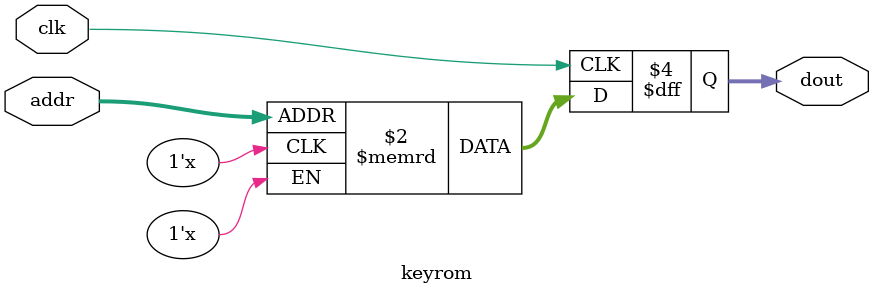
<source format=v>
module keyrom (
  input            clk,
  input [9:0]     addr,
  output reg [7:0] dout,
);

  parameter MEM_INIT_FILE = "";
   
  reg [7:0] rom [0:1023];

  initial
    if (MEM_INIT_FILE != "")
      $readmemh(MEM_INIT_FILE, rom);
   
  always @(posedge clk) begin
    dout <= rom[addr];
  end

endmodule

</source>
